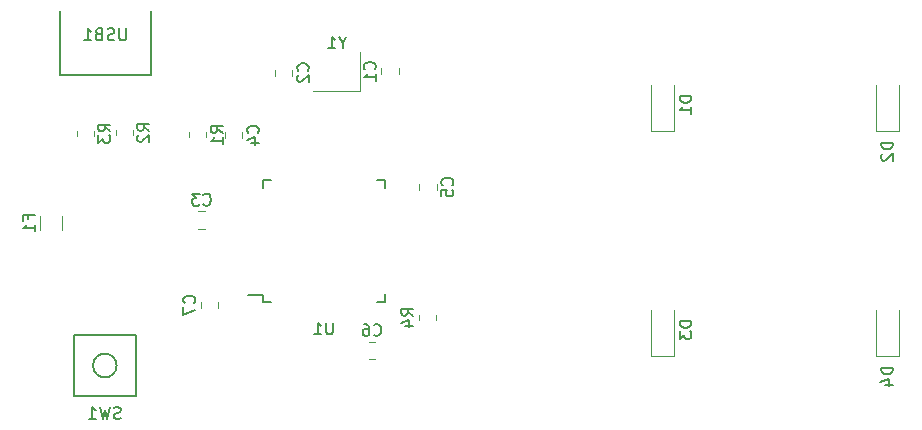
<source format=gbr>
%TF.GenerationSoftware,KiCad,Pcbnew,(6.0.9)*%
%TF.CreationDate,2022-11-11T17:54:53+11:00*%
%TF.ProjectId,Tomie2-Macro-Pad,546f6d69-6532-42d4-9d61-63726f2d5061,rev?*%
%TF.SameCoordinates,Original*%
%TF.FileFunction,Legend,Bot*%
%TF.FilePolarity,Positive*%
%FSLAX46Y46*%
G04 Gerber Fmt 4.6, Leading zero omitted, Abs format (unit mm)*
G04 Created by KiCad (PCBNEW (6.0.9)) date 2022-11-11 17:54:53*
%MOMM*%
%LPD*%
G01*
G04 APERTURE LIST*
%ADD10C,0.150000*%
%ADD11C,0.120000*%
G04 APERTURE END LIST*
D10*
%TO.C,D1*%
X100083630Y-97686904D02*
X99083630Y-97686904D01*
X99083630Y-97925000D01*
X99131250Y-98067857D01*
X99226488Y-98163095D01*
X99321726Y-98210714D01*
X99512202Y-98258333D01*
X99655059Y-98258333D01*
X99845535Y-98210714D01*
X99940773Y-98163095D01*
X100036011Y-98067857D01*
X100083630Y-97925000D01*
X100083630Y-97686904D01*
X100083630Y-99210714D02*
X100083630Y-98639285D01*
X100083630Y-98925000D02*
X99083630Y-98925000D01*
X99226488Y-98829761D01*
X99321726Y-98734523D01*
X99369345Y-98639285D01*
%TO.C,R3*%
X50870380Y-100694833D02*
X50394190Y-100361500D01*
X50870380Y-100123404D02*
X49870380Y-100123404D01*
X49870380Y-100504357D01*
X49918000Y-100599595D01*
X49965619Y-100647214D01*
X50060857Y-100694833D01*
X50203714Y-100694833D01*
X50298952Y-100647214D01*
X50346571Y-100599595D01*
X50394190Y-100504357D01*
X50394190Y-100123404D01*
X49870380Y-101028166D02*
X49870380Y-101647214D01*
X50251333Y-101313880D01*
X50251333Y-101456738D01*
X50298952Y-101551976D01*
X50346571Y-101599595D01*
X50441809Y-101647214D01*
X50679904Y-101647214D01*
X50775142Y-101599595D01*
X50822761Y-101551976D01*
X50870380Y-101456738D01*
X50870380Y-101171023D01*
X50822761Y-101075785D01*
X50775142Y-101028166D01*
%TO.C,C1*%
X73253142Y-95442333D02*
X73300761Y-95394714D01*
X73348380Y-95251857D01*
X73348380Y-95156619D01*
X73300761Y-95013761D01*
X73205523Y-94918523D01*
X73110285Y-94870904D01*
X72919809Y-94823285D01*
X72776952Y-94823285D01*
X72586476Y-94870904D01*
X72491238Y-94918523D01*
X72396000Y-95013761D01*
X72348380Y-95156619D01*
X72348380Y-95251857D01*
X72396000Y-95394714D01*
X72443619Y-95442333D01*
X73348380Y-96394714D02*
X73348380Y-95823285D01*
X73348380Y-96109000D02*
X72348380Y-96109000D01*
X72491238Y-96013761D01*
X72586476Y-95918523D01*
X72634095Y-95823285D01*
%TO.C,D2*%
X117133630Y-101655654D02*
X116133630Y-101655654D01*
X116133630Y-101893750D01*
X116181250Y-102036607D01*
X116276488Y-102131845D01*
X116371726Y-102179464D01*
X116562202Y-102227083D01*
X116705059Y-102227083D01*
X116895535Y-102179464D01*
X116990773Y-102131845D01*
X117086011Y-102036607D01*
X117133630Y-101893750D01*
X117133630Y-101655654D01*
X116228869Y-102608035D02*
X116181250Y-102655654D01*
X116133630Y-102750892D01*
X116133630Y-102988988D01*
X116181250Y-103084226D01*
X116228869Y-103131845D01*
X116324107Y-103179464D01*
X116419345Y-103179464D01*
X116562202Y-103131845D01*
X117133630Y-102560416D01*
X117133630Y-103179464D01*
%TO.C,SW1*%
X51752333Y-124991761D02*
X51609476Y-125039380D01*
X51371380Y-125039380D01*
X51276142Y-124991761D01*
X51228523Y-124944142D01*
X51180904Y-124848904D01*
X51180904Y-124753666D01*
X51228523Y-124658428D01*
X51276142Y-124610809D01*
X51371380Y-124563190D01*
X51561857Y-124515571D01*
X51657095Y-124467952D01*
X51704714Y-124420333D01*
X51752333Y-124325095D01*
X51752333Y-124229857D01*
X51704714Y-124134619D01*
X51657095Y-124087000D01*
X51561857Y-124039380D01*
X51323761Y-124039380D01*
X51180904Y-124087000D01*
X50847571Y-124039380D02*
X50609476Y-125039380D01*
X50419000Y-124325095D01*
X50228523Y-125039380D01*
X49990428Y-124039380D01*
X49085666Y-125039380D02*
X49657095Y-125039380D01*
X49371380Y-125039380D02*
X49371380Y-124039380D01*
X49466619Y-124182238D01*
X49561857Y-124277476D01*
X49657095Y-124325095D01*
%TO.C,D4*%
X117133630Y-120705654D02*
X116133630Y-120705654D01*
X116133630Y-120943750D01*
X116181250Y-121086607D01*
X116276488Y-121181845D01*
X116371726Y-121229464D01*
X116562202Y-121277083D01*
X116705059Y-121277083D01*
X116895535Y-121229464D01*
X116990773Y-121181845D01*
X117086011Y-121086607D01*
X117133630Y-120943750D01*
X117133630Y-120705654D01*
X116466964Y-122134226D02*
X117133630Y-122134226D01*
X116086011Y-121896130D02*
X116800297Y-121658035D01*
X116800297Y-122277083D01*
%TO.C,C7*%
X57986142Y-115215333D02*
X58033761Y-115167714D01*
X58081380Y-115024857D01*
X58081380Y-114929619D01*
X58033761Y-114786761D01*
X57938523Y-114691523D01*
X57843285Y-114643904D01*
X57652809Y-114596285D01*
X57509952Y-114596285D01*
X57319476Y-114643904D01*
X57224238Y-114691523D01*
X57129000Y-114786761D01*
X57081380Y-114929619D01*
X57081380Y-115024857D01*
X57129000Y-115167714D01*
X57176619Y-115215333D01*
X57081380Y-115548666D02*
X57081380Y-116215333D01*
X58081380Y-115786761D01*
%TO.C,C5*%
X79824642Y-105245833D02*
X79872261Y-105198214D01*
X79919880Y-105055357D01*
X79919880Y-104960119D01*
X79872261Y-104817261D01*
X79777023Y-104722023D01*
X79681785Y-104674404D01*
X79491309Y-104626785D01*
X79348452Y-104626785D01*
X79157976Y-104674404D01*
X79062738Y-104722023D01*
X78967500Y-104817261D01*
X78919880Y-104960119D01*
X78919880Y-105055357D01*
X78967500Y-105198214D01*
X79015119Y-105245833D01*
X78919880Y-106150595D02*
X78919880Y-105674404D01*
X79396071Y-105626785D01*
X79348452Y-105674404D01*
X79300833Y-105769642D01*
X79300833Y-106007738D01*
X79348452Y-106102976D01*
X79396071Y-106150595D01*
X79491309Y-106198214D01*
X79729404Y-106198214D01*
X79824642Y-106150595D01*
X79872261Y-106102976D01*
X79919880Y-106007738D01*
X79919880Y-105769642D01*
X79872261Y-105674404D01*
X79824642Y-105626785D01*
%TO.C,USB1*%
X52219345Y-91971880D02*
X52219345Y-92781404D01*
X52171726Y-92876642D01*
X52124107Y-92924261D01*
X52028869Y-92971880D01*
X51838392Y-92971880D01*
X51743154Y-92924261D01*
X51695535Y-92876642D01*
X51647916Y-92781404D01*
X51647916Y-91971880D01*
X51219345Y-92924261D02*
X51076488Y-92971880D01*
X50838392Y-92971880D01*
X50743154Y-92924261D01*
X50695535Y-92876642D01*
X50647916Y-92781404D01*
X50647916Y-92686166D01*
X50695535Y-92590928D01*
X50743154Y-92543309D01*
X50838392Y-92495690D01*
X51028869Y-92448071D01*
X51124107Y-92400452D01*
X51171726Y-92352833D01*
X51219345Y-92257595D01*
X51219345Y-92162357D01*
X51171726Y-92067119D01*
X51124107Y-92019500D01*
X51028869Y-91971880D01*
X50790773Y-91971880D01*
X50647916Y-92019500D01*
X49886011Y-92448071D02*
X49743154Y-92495690D01*
X49695535Y-92543309D01*
X49647916Y-92638547D01*
X49647916Y-92781404D01*
X49695535Y-92876642D01*
X49743154Y-92924261D01*
X49838392Y-92971880D01*
X50219345Y-92971880D01*
X50219345Y-91971880D01*
X49886011Y-91971880D01*
X49790773Y-92019500D01*
X49743154Y-92067119D01*
X49695535Y-92162357D01*
X49695535Y-92257595D01*
X49743154Y-92352833D01*
X49790773Y-92400452D01*
X49886011Y-92448071D01*
X50219345Y-92448071D01*
X48695535Y-92971880D02*
X49266964Y-92971880D01*
X48981250Y-92971880D02*
X48981250Y-91971880D01*
X49076488Y-92114738D01*
X49171726Y-92209976D01*
X49266964Y-92257595D01*
%TO.C,R1*%
X60395380Y-100821833D02*
X59919190Y-100488500D01*
X60395380Y-100250404D02*
X59395380Y-100250404D01*
X59395380Y-100631357D01*
X59443000Y-100726595D01*
X59490619Y-100774214D01*
X59585857Y-100821833D01*
X59728714Y-100821833D01*
X59823952Y-100774214D01*
X59871571Y-100726595D01*
X59919190Y-100631357D01*
X59919190Y-100250404D01*
X60395380Y-101774214D02*
X60395380Y-101202785D01*
X60395380Y-101488500D02*
X59395380Y-101488500D01*
X59538238Y-101393261D01*
X59633476Y-101298023D01*
X59681095Y-101202785D01*
%TO.C,Y1*%
X70543690Y-93196190D02*
X70543690Y-93672380D01*
X70877023Y-92672380D02*
X70543690Y-93196190D01*
X70210357Y-92672380D01*
X69353214Y-93672380D02*
X69924642Y-93672380D01*
X69638928Y-93672380D02*
X69638928Y-92672380D01*
X69734166Y-92815238D01*
X69829404Y-92910476D01*
X69924642Y-92958095D01*
%TO.C,R4*%
X76526380Y-116292333D02*
X76050190Y-115959000D01*
X76526380Y-115720904D02*
X75526380Y-115720904D01*
X75526380Y-116101857D01*
X75574000Y-116197095D01*
X75621619Y-116244714D01*
X75716857Y-116292333D01*
X75859714Y-116292333D01*
X75954952Y-116244714D01*
X76002571Y-116197095D01*
X76050190Y-116101857D01*
X76050190Y-115720904D01*
X75859714Y-117149476D02*
X76526380Y-117149476D01*
X75478761Y-116911380D02*
X76193047Y-116673285D01*
X76193047Y-117292333D01*
%TO.C,C2*%
X67596142Y-95564333D02*
X67643761Y-95516714D01*
X67691380Y-95373857D01*
X67691380Y-95278619D01*
X67643761Y-95135761D01*
X67548523Y-95040523D01*
X67453285Y-94992904D01*
X67262809Y-94945285D01*
X67119952Y-94945285D01*
X66929476Y-94992904D01*
X66834238Y-95040523D01*
X66739000Y-95135761D01*
X66691380Y-95278619D01*
X66691380Y-95373857D01*
X66739000Y-95516714D01*
X66786619Y-95564333D01*
X66786619Y-95945285D02*
X66739000Y-95992904D01*
X66691380Y-96088142D01*
X66691380Y-96326238D01*
X66739000Y-96421476D01*
X66786619Y-96469095D01*
X66881857Y-96516714D01*
X66977095Y-96516714D01*
X67119952Y-96469095D01*
X67691380Y-95897666D01*
X67691380Y-96516714D01*
%TO.C,R2*%
X54172380Y-100639583D02*
X53696190Y-100306250D01*
X54172380Y-100068154D02*
X53172380Y-100068154D01*
X53172380Y-100449107D01*
X53220000Y-100544345D01*
X53267619Y-100591964D01*
X53362857Y-100639583D01*
X53505714Y-100639583D01*
X53600952Y-100591964D01*
X53648571Y-100544345D01*
X53696190Y-100449107D01*
X53696190Y-100068154D01*
X53267619Y-101020535D02*
X53220000Y-101068154D01*
X53172380Y-101163392D01*
X53172380Y-101401488D01*
X53220000Y-101496726D01*
X53267619Y-101544345D01*
X53362857Y-101591964D01*
X53458095Y-101591964D01*
X53600952Y-101544345D01*
X54172380Y-100972916D01*
X54172380Y-101591964D01*
%TO.C,C3*%
X58774666Y-106881142D02*
X58822285Y-106928761D01*
X58965142Y-106976380D01*
X59060380Y-106976380D01*
X59203238Y-106928761D01*
X59298476Y-106833523D01*
X59346095Y-106738285D01*
X59393714Y-106547809D01*
X59393714Y-106404952D01*
X59346095Y-106214476D01*
X59298476Y-106119238D01*
X59203238Y-106024000D01*
X59060380Y-105976380D01*
X58965142Y-105976380D01*
X58822285Y-106024000D01*
X58774666Y-106071619D01*
X58441333Y-105976380D02*
X57822285Y-105976380D01*
X58155619Y-106357333D01*
X58012761Y-106357333D01*
X57917523Y-106404952D01*
X57869904Y-106452571D01*
X57822285Y-106547809D01*
X57822285Y-106785904D01*
X57869904Y-106881142D01*
X57917523Y-106928761D01*
X58012761Y-106976380D01*
X58298476Y-106976380D01*
X58393714Y-106928761D01*
X58441333Y-106881142D01*
%TO.C,C6*%
X73194166Y-117932642D02*
X73241785Y-117980261D01*
X73384642Y-118027880D01*
X73479880Y-118027880D01*
X73622738Y-117980261D01*
X73717976Y-117885023D01*
X73765595Y-117789785D01*
X73813214Y-117599309D01*
X73813214Y-117456452D01*
X73765595Y-117265976D01*
X73717976Y-117170738D01*
X73622738Y-117075500D01*
X73479880Y-117027880D01*
X73384642Y-117027880D01*
X73241785Y-117075500D01*
X73194166Y-117123119D01*
X72337023Y-117027880D02*
X72527500Y-117027880D01*
X72622738Y-117075500D01*
X72670357Y-117123119D01*
X72765595Y-117265976D01*
X72813214Y-117456452D01*
X72813214Y-117837404D01*
X72765595Y-117932642D01*
X72717976Y-117980261D01*
X72622738Y-118027880D01*
X72432261Y-118027880D01*
X72337023Y-117980261D01*
X72289404Y-117932642D01*
X72241785Y-117837404D01*
X72241785Y-117599309D01*
X72289404Y-117504071D01*
X72337023Y-117456452D01*
X72432261Y-117408833D01*
X72622738Y-117408833D01*
X72717976Y-117456452D01*
X72765595Y-117504071D01*
X72813214Y-117599309D01*
%TO.C,U1*%
X69722904Y-116886880D02*
X69722904Y-117696404D01*
X69675285Y-117791642D01*
X69627666Y-117839261D01*
X69532428Y-117886880D01*
X69341952Y-117886880D01*
X69246714Y-117839261D01*
X69199095Y-117791642D01*
X69151476Y-117696404D01*
X69151476Y-116886880D01*
X68151476Y-117886880D02*
X68722904Y-117886880D01*
X68437190Y-117886880D02*
X68437190Y-116886880D01*
X68532428Y-117029738D01*
X68627666Y-117124976D01*
X68722904Y-117172595D01*
%TO.C,D3*%
X100083630Y-116736904D02*
X99083630Y-116736904D01*
X99083630Y-116975000D01*
X99131250Y-117117857D01*
X99226488Y-117213095D01*
X99321726Y-117260714D01*
X99512202Y-117308333D01*
X99655059Y-117308333D01*
X99845535Y-117260714D01*
X99940773Y-117213095D01*
X100036011Y-117117857D01*
X100083630Y-116975000D01*
X100083630Y-116736904D01*
X99083630Y-117641666D02*
X99083630Y-118260714D01*
X99464583Y-117927380D01*
X99464583Y-118070238D01*
X99512202Y-118165476D01*
X99559821Y-118213095D01*
X99655059Y-118260714D01*
X99893154Y-118260714D01*
X99988392Y-118213095D01*
X100036011Y-118165476D01*
X100083630Y-118070238D01*
X100083630Y-117784523D01*
X100036011Y-117689285D01*
X99988392Y-117641666D01*
%TO.C,F1*%
X43955571Y-108124666D02*
X43955571Y-107791333D01*
X44479380Y-107791333D02*
X43479380Y-107791333D01*
X43479380Y-108267523D01*
X44479380Y-109172285D02*
X44479380Y-108600857D01*
X44479380Y-108886571D02*
X43479380Y-108886571D01*
X43622238Y-108791333D01*
X43717476Y-108696095D01*
X43765095Y-108600857D01*
%TO.C,C4*%
X63378142Y-100821833D02*
X63425761Y-100774214D01*
X63473380Y-100631357D01*
X63473380Y-100536119D01*
X63425761Y-100393261D01*
X63330523Y-100298023D01*
X63235285Y-100250404D01*
X63044809Y-100202785D01*
X62901952Y-100202785D01*
X62711476Y-100250404D01*
X62616238Y-100298023D01*
X62521000Y-100393261D01*
X62473380Y-100536119D01*
X62473380Y-100631357D01*
X62521000Y-100774214D01*
X62568619Y-100821833D01*
X62806714Y-101678976D02*
X63473380Y-101678976D01*
X62425761Y-101440880D02*
X63140047Y-101202785D01*
X63140047Y-101821833D01*
D11*
%TO.C,D1*%
X98631250Y-100675000D02*
X98631250Y-96775000D01*
X98631250Y-100675000D02*
X96631250Y-100675000D01*
X96631250Y-100675000D02*
X96631250Y-96775000D01*
%TO.C,R3*%
X48033000Y-101088564D02*
X48033000Y-100634436D01*
X49503000Y-101088564D02*
X49503000Y-100634436D01*
%TO.C,C1*%
X75311000Y-95347748D02*
X75311000Y-95870252D01*
X73841000Y-95347748D02*
X73841000Y-95870252D01*
%TO.C,D2*%
X117681250Y-100675000D02*
X117681250Y-96775000D01*
X115681250Y-100675000D02*
X115681250Y-96775000D01*
X117681250Y-100675000D02*
X115681250Y-100675000D01*
D10*
%TO.C,SW1*%
X47819000Y-123123000D02*
X53019000Y-123123000D01*
X47819000Y-117923000D02*
X47819000Y-123123000D01*
X53019000Y-117923000D02*
X47819000Y-117923000D01*
X53019000Y-123123000D02*
X53019000Y-117923000D01*
X51419000Y-120523000D02*
G75*
G03*
X51419000Y-120523000I-1000000J0D01*
G01*
D11*
%TO.C,D4*%
X117681250Y-119725000D02*
X117681250Y-115825000D01*
X115681250Y-119725000D02*
X115681250Y-115825000D01*
X117681250Y-119725000D02*
X115681250Y-119725000D01*
%TO.C,C7*%
X58574000Y-115120748D02*
X58574000Y-115643252D01*
X60044000Y-115120748D02*
X60044000Y-115643252D01*
%TO.C,C5*%
X77052500Y-105673752D02*
X77052500Y-105151248D01*
X78522500Y-105673752D02*
X78522500Y-105151248D01*
D10*
%TO.C,USB1*%
X46631250Y-95937500D02*
X54331250Y-95937500D01*
X46631250Y-90487500D02*
X46631250Y-95937500D01*
X54331250Y-90487500D02*
X54331250Y-95937500D01*
D11*
%TO.C,R1*%
X59028000Y-101215564D02*
X59028000Y-100761436D01*
X57558000Y-101215564D02*
X57558000Y-100761436D01*
%TO.C,Y1*%
X72067500Y-97320000D02*
X68067500Y-97320000D01*
X72067500Y-94020000D02*
X72067500Y-97320000D01*
%TO.C,R4*%
X78459000Y-116231936D02*
X78459000Y-116686064D01*
X76989000Y-116231936D02*
X76989000Y-116686064D01*
%TO.C,C2*%
X64824000Y-95992252D02*
X64824000Y-95469748D01*
X66294000Y-95992252D02*
X66294000Y-95469748D01*
%TO.C,R2*%
X52805000Y-101033314D02*
X52805000Y-100579186D01*
X51335000Y-101033314D02*
X51335000Y-100579186D01*
%TO.C,C3*%
X58869252Y-108939000D02*
X58346748Y-108939000D01*
X58869252Y-107469000D02*
X58346748Y-107469000D01*
%TO.C,C6*%
X73288752Y-118520500D02*
X72766248Y-118520500D01*
X73288752Y-119990500D02*
X72766248Y-119990500D01*
D10*
%TO.C,U1*%
X74136000Y-115159500D02*
X74136000Y-114484500D01*
X63786000Y-115159500D02*
X63786000Y-114584500D01*
X63786000Y-114584500D02*
X62511000Y-114584500D01*
X74136000Y-115159500D02*
X73461000Y-115159500D01*
X74136000Y-104809500D02*
X73461000Y-104809500D01*
X63786000Y-115159500D02*
X64461000Y-115159500D01*
X63786000Y-104809500D02*
X64461000Y-104809500D01*
X74136000Y-104809500D02*
X74136000Y-105484500D01*
X63786000Y-104809500D02*
X63786000Y-105484500D01*
D11*
%TO.C,D3*%
X98631250Y-119725000D02*
X96631250Y-119725000D01*
X98631250Y-119725000D02*
X98631250Y-115825000D01*
X96631250Y-119725000D02*
X96631250Y-115825000D01*
%TO.C,F1*%
X44937000Y-107855936D02*
X44937000Y-109060064D01*
X46757000Y-107855936D02*
X46757000Y-109060064D01*
%TO.C,C4*%
X62076000Y-101249752D02*
X62076000Y-100727248D01*
X60606000Y-101249752D02*
X60606000Y-100727248D01*
%TD*%
M02*

</source>
